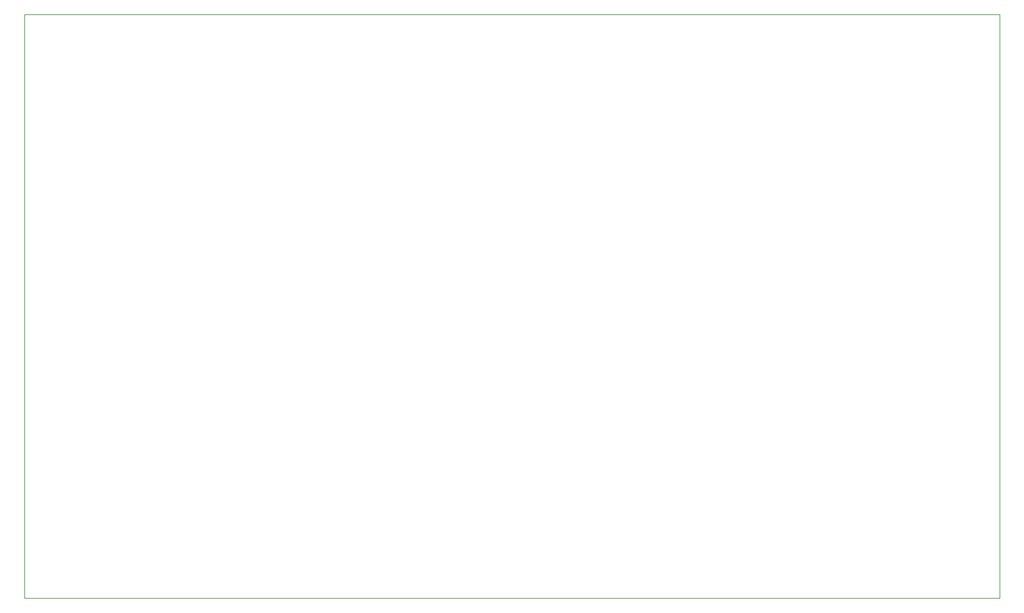
<source format=gbr>
%TF.GenerationSoftware,KiCad,Pcbnew,5.1.7-a382d34a8~88~ubuntu18.04.1*%
%TF.CreationDate,2021-03-10T09:37:04+00:00*%
%TF.ProjectId,solenoid,736f6c65-6e6f-4696-942e-6b696361645f,rev?*%
%TF.SameCoordinates,Original*%
%TF.FileFunction,Profile,NP*%
%FSLAX46Y46*%
G04 Gerber Fmt 4.6, Leading zero omitted, Abs format (unit mm)*
G04 Created by KiCad (PCBNEW 5.1.7-a382d34a8~88~ubuntu18.04.1) date 2021-03-10 09:37:04*
%MOMM*%
%LPD*%
G01*
G04 APERTURE LIST*
%TA.AperFunction,Profile*%
%ADD10C,0.050000*%
%TD*%
G04 APERTURE END LIST*
D10*
X202000000Y-40000000D02*
X70000000Y-40000000D01*
X202000000Y-119000000D02*
X202000000Y-40000000D01*
X70000000Y-119000000D02*
X202000000Y-119000000D01*
X70000000Y-40000000D02*
X70000000Y-119000000D01*
M02*

</source>
